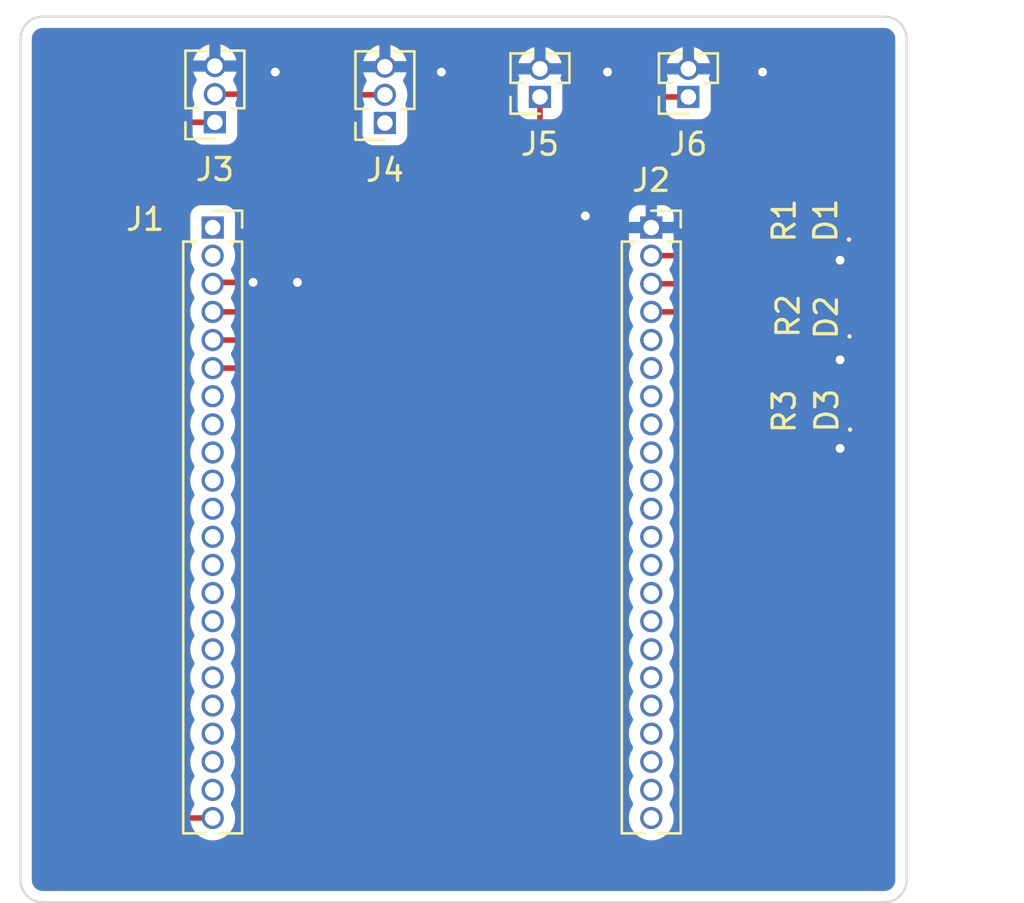
<source format=kicad_pcb>
(kicad_pcb (version 20211014) (generator pcbnew)
  (layers (0 "F.Cu" signal) (31 "B.Cu" signal) (34 "B.Paste" user) (35 "F.Paste" user) (36 "B.SilkS" user "B.Silkscreen") (37 "F.SilkS" user "F.Silkscreen") (38 "B.Mask" user) (39 "F.Mask" user) (44 "Edge.Cuts" user))
  (net 0 "")
  (net 1 "/GND")
  (net 2 "Net-(D1-Pad2)")
  (net 3 "Net-(D2-Pad2)")
  (net 4 "Net-(D3-Pad2)")
  (net 7 "/S1_DATA")
  (net 8 "/S2_DATA")
  (net 9 "/S3_+")
  (net 10 "/S4_+")
  (net 26 "/+5V")
  (net 27 "/GREEN_LED")
  (net 28 "/RED_LED")
  (net 29 "/BLUE_LED")
  (footprint "Diode_SMD:D_0201_0603Metric" (layer "F.Cu") (at 94.4 51.2075 90)
    (fp_text reference "D1" (at 0 -1.05 90) (layer "F.SilkS"))
    (fp_text value "LED")
    (fp_circle (center -0.86 0) (end -0.81 0) (layer "F.SilkS") (width 0.1) (fill none))
    (pad "1" smd roundrect (at -0.32 0 90) (size 0.46 0.4) (layers "F.Cu" "F.Mask") (net 1 "/GND"))
    (pad "2" smd roundrect (at 0.32 0 90) (size 0.46 0.4) (layers "F.Cu" "F.Mask") (net 2 "Net-(D1-Pad2)"))
  )
  (footprint "Connector_PinSocket_1.27mm:PinSocket_1x03_P1.27mm_Vertical" (layer "F.Cu") (at 65.775 46.77 180)
    (fp_text reference "J3" (at 0 -2.135) (layer "F.SilkS"))
    (fp_text value "Conn_01x03_Female")
    (fp_line (start 0.76 0.635) (end 1.33 0.635) (layer "F.SilkS") (width 0.12))
    (fp_line (start -1.33 3.235) (end -0.30753 3.235) (layer "F.SilkS") (width 0.12))
    (fp_line (start 1.33 0.635) (end 1.33 3.235) (layer "F.SilkS") (width 0.12))
    (fp_line (start 1.33 -0.76) (end 1.33 0) (layer "F.SilkS") (width 0.12))
    (fp_line (start -1.33 0.635) (end -1.33 3.235) (layer "F.SilkS") (width 0.12))
    (fp_line (start -1.33 0.635) (end -0.76 0.635) (layer "F.SilkS") (width 0.12))
    (fp_line (start 0.30753 3.235) (end 1.33 3.235) (layer "F.SilkS") (width 0.12))
    (fp_line (start 0 -0.76) (end 1.33 -0.76) (layer "F.SilkS") (width 0.12))
    (pad "1" thru_hole rect (at 0 0 180) (size 1 1) (drill 0.7) (layers *.Cu *.Mask) (net 26 "/+5V"))
    (pad "2" thru_hole oval (at 0 1.27 180) (size 1 1) (drill 0.7) (layers *.Cu *.Mask) (net 8 "/S2_DATA"))
    (pad "3" thru_hole oval (at 0 2.54 180) (size 1 1) (drill 0.7) (layers *.Cu *.Mask) (net 1 "/GND"))
  )
  (footprint "Connector_PinSocket_1.27mm:PinSocket_1x02_P1.27mm_Vertical" (layer "F.Cu") (at 80.45 45.625 180)
    (fp_text reference "J5" (at 0 -2.135) (layer "F.SilkS"))
    (fp_text value "Conn_01x02_Female")
    (fp_line (start -1.33 0.635) (end -1.33 1.965) (layer "F.SilkS") (width 0.12))
    (fp_line (start -1.33 0.635) (end -0.76 0.635) (layer "F.SilkS") (width 0.12))
    (fp_line (start 0.30753 1.965) (end 1.33 1.965) (layer "F.SilkS") (width 0.12))
    (fp_line (start -1.33 1.965) (end -0.30753 1.965) (layer "F.SilkS") (width 0.12))
    (fp_line (start 1.33 0.635) (end 1.33 1.965) (layer "F.SilkS") (width 0.12))
    (fp_line (start 0 -0.76) (end 1.33 -0.76) (layer "F.SilkS") (width 0.12))
    (fp_line (start 0.76 0.635) (end 1.33 0.635) (layer "F.SilkS") (width 0.12))
    (fp_line (start 1.33 -0.76) (end 1.33 0) (layer "F.SilkS") (width 0.12))
    (pad "1" thru_hole rect (at 0 0 180) (size 1 1) (drill 0.7) (layers *.Cu *.Mask) (net 9 "/S3_+"))
    (pad "2" thru_hole oval (at 0 1.27 180) (size 1 1) (drill 0.7) (layers *.Cu *.Mask) (net 1 "/GND"))
  )
  (footprint "Resistor_SMD:R_0201_0603Metric" (layer "F.Cu") (at 90.425 59.825 -90)
    (fp_text reference "R3" (at 0 -1.05 90) (layer "F.SilkS"))
    (fp_text value "R")
    (pad "1" smd roundrect (at -0.32 0 270) (size 0.46 0.4) (layers "F.Cu" "F.Mask") (net 4 "Net-(D3-Pad2)"))
    (pad "2" smd roundrect (at 0.32 0 270) (size 0.46 0.4) (layers "F.Cu" "F.Mask") (net 29 "/BLUE_LED"))
  )
  (footprint "Connector_PinSocket_1.27mm:PinSocket_1x02_P1.27mm_Vertical" (layer "F.Cu") (at 87.15 45.625 180)
    (fp_text reference "J6" (at 0 -2.135) (layer "F.SilkS"))
    (fp_text value "Conn_01x02_Female")
    (fp_line (start 1.33 -0.76) (end 1.33 0) (layer "F.SilkS") (width 0.12))
    (fp_line (start -1.33 0.635) (end -1.33 1.965) (layer "F.SilkS") (width 0.12))
    (fp_line (start 1.33 0.635) (end 1.33 1.965) (layer "F.SilkS") (width 0.12))
    (fp_line (start -1.33 1.965) (end -0.30753 1.965) (layer "F.SilkS") (width 0.12))
    (fp_line (start -1.33 0.635) (end -0.76 0.635) (layer "F.SilkS") (width 0.12))
    (fp_line (start 0.76 0.635) (end 1.33 0.635) (layer "F.SilkS") (width 0.12))
    (fp_line (start 0.30753 1.965) (end 1.33 1.965) (layer "F.SilkS") (width 0.12))
    (fp_line (start 0 -0.76) (end 1.33 -0.76) (layer "F.SilkS") (width 0.12))
    (pad "1" thru_hole rect (at 0 0 180) (size 1 1) (drill 0.7) (layers *.Cu *.Mask) (net 10 "/S4_+"))
    (pad "2" thru_hole oval (at 0 1.27 180) (size 1 1) (drill 0.7) (layers *.Cu *.Mask) (net 1 "/GND"))
  )
  (footprint "Connector_PinSocket_1.27mm:PinSocket_1x22_P1.27mm_Vertical" (layer "F.Cu") (at 85.475 51.525)
    (fp_text reference "J2" (at 0 -2.135) (layer "F.SilkS"))
    (fp_text value "Conn_01x22_MountingPin")
    (fp_line (start 1.33 0.635) (end 1.33 27.365) (layer "F.SilkS") (width 0.12))
    (fp_line (start 0.76 0.635) (end 1.33 0.635) (layer "F.SilkS") (width 0.12))
    (fp_line (start 1.33 -0.76) (end 1.33 0) (layer "F.SilkS") (width 0.12))
    (fp_line (start 0.30753 27.365) (end 1.33 27.365) (layer "F.SilkS") (width 0.12))
    (fp_line (start 0 -0.76) (end 1.33 -0.76) (layer "F.SilkS") (width 0.12))
    (fp_line (start -1.33 0.635) (end -0.76 0.635) (layer "F.SilkS") (width 0.12))
    (fp_line (start -1.33 27.365) (end -0.30753 27.365) (layer "F.SilkS") (width 0.12))
    (fp_line (start -1.33 0.635) (end -1.33 27.365) (layer "F.SilkS") (width 0.12))
    (pad "1" thru_hole rect locked (at 0 0) (size 1 1) (drill 0.7) (layers *.Cu *.Mask) (net 1 "/GND"))
    (pad "2" thru_hole oval locked (at 0 1.27) (size 1 1) (drill 0.7) (layers *.Cu *.Mask) (net 27 "/GREEN_LED"))
    (pad "3" thru_hole oval locked (at 0 2.54) (size 1 1) (drill 0.7) (layers *.Cu *.Mask) (net 28 "/RED_LED"))
    (pad "4" thru_hole oval locked (at 0 3.81) (size 1 1) (drill 0.7) (layers *.Cu *.Mask) (net 29 "/BLUE_LED"))
    (pad "5" thru_hole oval locked (at 0 5.08) (size 1 1) (drill 0.7) (layers *.Cu *.Mask))
    (pad "6" thru_hole oval locked (at 0 6.35) (size 1 1) (drill 0.7) (layers *.Cu *.Mask))
    (pad "7" thru_hole oval locked (at 0 7.62) (size 1 1) (drill 0.7) (layers *.Cu *.Mask))
    (pad "8" thru_hole oval locked (at 0 8.89) (size 1 1) (drill 0.7) (layers *.Cu *.Mask))
    (pad "9" thru_hole oval locked (at 0 10.16) (size 1 1) (drill 0.7) (layers *.Cu *.Mask))
    (pad "10" thru_hole oval locked (at 0 11.43) (size 1 1) (drill 0.7) (layers *.Cu *.Mask))
    (pad "11" thru_hole oval locked (at 0 12.7) (size 1 1) (drill 0.7) (layers *.Cu *.Mask))
    (pad "12" thru_hole oval locked (at 0 13.97) (size 1 1) (drill 0.7) (layers *.Cu *.Mask))
    (pad "13" thru_hole oval locked (at 0 15.24) (size 1 1) (drill 0.7) (layers *.Cu *.Mask))
    (pad "14" thru_hole oval locked (at 0 16.51) (size 1 1) (drill 0.7) (layers *.Cu *.Mask))
    (pad "15" thru_hole oval locked (at 0 17.78) (size 1 1) (drill 0.7) (layers *.Cu *.Mask))
    (pad "16" thru_hole oval locked (at 0 19.05) (size 1 1) (drill 0.7) (layers *.Cu *.Mask))
    (pad "17" thru_hole oval locked (at 0 20.32) (size 1 1) (drill 0.7) (layers *.Cu *.Mask))
    (pad "18" thru_hole oval locked (at 0 21.59) (size 1 1) (drill 0.7) (layers *.Cu *.Mask))
    (pad "19" thru_hole oval locked (at 0 22.86) (size 1 1) (drill 0.7) (layers *.Cu *.Mask))
    (pad "20" thru_hole oval locked (at 0 24.13) (size 1 1) (drill 0.7) (layers *.Cu *.Mask))
    (pad "21" thru_hole oval locked (at 0 25.4) (size 1 1) (drill 0.7) (layers *.Cu *.Mask))
    (pad "22" thru_hole oval locked (at 0 26.67) (size 1 1) (drill 0.7) (layers *.Cu *.Mask))
  )
  (footprint "Connector_PinSocket_1.27mm:PinSocket_1x22_P1.27mm_Vertical" (layer "F.Cu") (at 65.675 51.525)
    (fp_text reference "J1" (at -3.05 -0.375) (layer "F.SilkS"))
    (fp_text value "Conn_01x22_MountingPin")
    (fp_line (start 0.76 0.635) (end 1.33 0.635) (layer "F.SilkS") (width 0.12))
    (fp_line (start -1.33 0.635) (end -1.33 27.365) (layer "F.SilkS") (width 0.12))
    (fp_line (start 0.30753 27.365) (end 1.33 27.365) (layer "F.SilkS") (width 0.12))
    (fp_line (start 1.33 0.635) (end 1.33 27.365) (layer "F.SilkS") (width 0.12))
    (fp_line (start -1.33 27.365) (end -0.30753 27.365) (layer "F.SilkS") (width 0.12))
    (fp_line (start 0 -0.76) (end 1.33 -0.76) (layer "F.SilkS") (width 0.12))
    (fp_line (start -1.33 0.635) (end -0.76 0.635) (layer "F.SilkS") (width 0.12))
    (fp_line (start 1.33 -0.76) (end 1.33 0) (layer "F.SilkS") (width 0.12))
    (pad "1" thru_hole rect locked (at 0 0) (size 1 1) (drill 0.7) (layers *.Cu *.Mask))
    (pad "2" thru_hole oval locked (at 0 1.27) (size 1 1) (drill 0.7) (layers *.Cu *.Mask))
    (pad "3" thru_hole oval locked (at 0 2.54) (size 1 1) (drill 0.7) (layers *.Cu *.Mask) (net 7 "/S1_DATA"))
    (pad "4" thru_hole oval locked (at 0 3.81) (size 1 1) (drill 0.7) (layers *.Cu *.Mask) (net 8 "/S2_DATA"))
    (pad "5" thru_hole oval locked (at 0 5.08) (size 1 1) (drill 0.7) (layers *.Cu *.Mask) (net 9 "/S3_+"))
    (pad "6" thru_hole oval locked (at 0 6.35) (size 1 1) (drill 0.7) (layers *.Cu *.Mask) (net 10 "/S4_+"))
    (pad "7" thru_hole oval locked (at 0 7.62) (size 1 1) (drill 0.7) (layers *.Cu *.Mask))
    (pad "8" thru_hole oval locked (at 0 8.89) (size 1 1) (drill 0.7) (layers *.Cu *.Mask))
    (pad "9" thru_hole oval locked (at 0 10.16) (size 1 1) (drill 0.7) (layers *.Cu *.Mask))
    (pad "10" thru_hole oval locked (at 0 11.43) (size 1 1) (drill 0.7) (layers *.Cu *.Mask))
    (pad "11" thru_hole oval locked (at 0 12.7) (size 1 1) (drill 0.7) (layers *.Cu *.Mask))
    (pad "12" thru_hole oval locked (at 0 13.97) (size 1 1) (drill 0.7) (layers *.Cu *.Mask))
    (pad "13" thru_hole oval locked (at 0 15.24) (size 1 1) (drill 0.7) (layers *.Cu *.Mask))
    (pad "14" thru_hole oval locked (at 0 16.51) (size 1 1) (drill 0.7) (layers *.Cu *.Mask))
    (pad "15" thru_hole oval locked (at 0 17.78) (size 1 1) (drill 0.7) (layers *.Cu *.Mask))
    (pad "16" thru_hole oval locked (at 0 19.05) (size 1 1) (drill 0.7) (layers *.Cu *.Mask))
    (pad "17" thru_hole oval locked (at 0 20.32) (size 1 1) (drill 0.7) (layers *.Cu *.Mask))
    (pad "18" thru_hole oval locked (at 0 21.59) (size 1 1) (drill 0.7) (layers *.Cu *.Mask))
    (pad "19" thru_hole oval locked (at 0 22.86) (size 1 1) (drill 0.7) (layers *.Cu *.Mask))
    (pad "20" thru_hole oval locked (at 0 24.13) (size 1 1) (drill 0.7) (layers *.Cu *.Mask))
    (pad "21" thru_hole oval locked (at 0 25.4) (size 1 1) (drill 0.7) (layers *.Cu *.Mask))
    (pad "22" thru_hole oval locked (at 0 26.67) (size 1 1) (drill 0.7) (layers *.Cu *.Mask) (net 26 "/+5V"))
  )
  (footprint "Resistor_SMD:R_0201_0603Metric" (layer "F.Cu") (at 90.6 55.5175 -90)
    (fp_text reference "R2" (at 0 -1.05 90) (layer "F.SilkS"))
    (fp_text value "R")
    (pad "1" smd roundrect (at -0.32 0 270) (size 0.46 0.4) (layers "F.Cu" "F.Mask") (net 3 "Net-(D2-Pad2)"))
    (pad "2" smd roundrect (at 0.32 0 270) (size 0.46 0.4) (layers "F.Cu" "F.Mask") (net 28 "/RED_LED"))
  )
  (footprint "Diode_SMD:D_0201_0603Metric" (layer "F.Cu") (at 94.45 59.79 90)
    (fp_text reference "D3" (at 0 -1.05 90) (layer "F.SilkS"))
    (fp_text value "LED")
    (fp_circle (center -0.86 0) (end -0.81 0) (layer "F.SilkS") (width 0.1) (fill none))
    (pad "1" smd roundrect (at -0.32 0 90) (size 0.46 0.4) (layers "F.Cu" "F.Mask") (net 1 "/GND"))
    (pad "2" smd roundrect (at 0.32 0 90) (size 0.46 0.4) (layers "F.Cu" "F.Mask") (net 4 "Net-(D3-Pad2)"))
  )
  (footprint "Diode_SMD:D_0201_0603Metric" (layer "F.Cu") (at 94.425 55.5825 90)
    (fp_text reference "D2" (at 0 -1.05 90) (layer "F.SilkS"))
    (fp_text value "LED")
    (fp_circle (center -0.86 0) (end -0.81 0) (layer "F.SilkS") (width 0.1) (fill none))
    (pad "1" smd roundrect (at -0.32 0 90) (size 0.46 0.4) (layers "F.Cu" "F.Mask") (net 1 "/GND"))
    (pad "2" smd roundrect (at 0.32 0 90) (size 0.46 0.4) (layers "F.Cu" "F.Mask") (net 3 "Net-(D2-Pad2)"))
  )
  (footprint "Resistor_SMD:R_0201_0603Metric" (layer "F.Cu") (at 90.425 51.2125 -90)
    (fp_text reference "R1" (at 0 -1.05 90) (layer "F.SilkS"))
    (fp_text value "R")
    (pad "1" smd roundrect (at -0.32 0 270) (size 0.46 0.4) (layers "F.Cu" "F.Mask") (net 2 "Net-(D1-Pad2)"))
    (pad "2" smd roundrect (at 0.32 0 270) (size 0.46 0.4) (layers "F.Cu" "F.Mask") (net 27 "/GREEN_LED"))
  )
  (footprint "Connector_PinSocket_1.27mm:PinSocket_1x03_P1.27mm_Vertical" (layer "F.Cu") (at 73.45 46.8 180)
    (fp_text reference "J4" (at 0 -2.135) (layer "F.SilkS"))
    (fp_text value "Conn_01x03_Female")
    (fp_line (start 0 -0.76) (end 1.33 -0.76) (layer "F.SilkS") (width 0.12))
    (fp_line (start 0.76 0.635) (end 1.33 0.635) (layer "F.SilkS") (width 0.12))
    (fp_line (start -1.33 0.635) (end -1.33 3.235) (layer "F.SilkS") (width 0.12))
    (fp_line (start 1.33 0.635) (end 1.33 3.235) (layer "F.SilkS") (width 0.12))
    (fp_line (start 1.33 -0.76) (end 1.33 0) (layer "F.SilkS") (width 0.12))
    (fp_line (start -1.33 0.635) (end -0.76 0.635) (layer "F.SilkS") (width 0.12))
    (fp_line (start 0.30753 3.235) (end 1.33 3.235) (layer "F.SilkS") (width 0.12))
    (fp_line (start -1.33 3.235) (end -0.30753 3.235) (layer "F.SilkS") (width 0.12))
    (pad "1" thru_hole rect (at 0 0 180) (size 1 1) (drill 0.7) (layers *.Cu *.Mask) (net 26 "/+5V"))
    (pad "2" thru_hole oval (at 0 1.27 180) (size 1 1) (drill 0.7) (layers *.Cu *.Mask) (net 7 "/S1_DATA"))
    (pad "3" thru_hole oval (at 0 2.54 180) (size 1 1) (drill 0.7) (layers *.Cu *.Mask) (net 1 "/GND"))
  )
  (gr_arc (start 57 43) (mid 57.292893 42.292893) (end 58 42) (layer "Edge.Cuts") (width 0.1))
  (gr_line (start 96 42) (end 58 42) (layer "Edge.Cuts") (width 0.1))
  (gr_arc (start 96 42) (mid 96.707107 42.292893) (end 97 43) (layer "Edge.Cuts") (width 0.1))
  (gr_line (start 58 82) (end 96 82) (layer "Edge.Cuts") (width 0.1))
  (gr_arc (start 58 82) (mid 57.292893 81.707107) (end 57 81) (layer "Edge.Cuts") (width 0.1))
  (gr_line (start 57 43) (end 57 81) (layer "Edge.Cuts") (width 0.1))
  (gr_line (start 97 81) (end 97 43) (layer "Edge.Cuts") (width 0.1))
  (gr_arc (start 97 81) (mid 96.707107 81.707107) (end 96 82) (layer "Edge.Cuts") (width 0.1))
  (segment (start 94.425 55.9025) (end 94.425 57.075) (width 0.25) (layer "F.Cu") (net 1))
  (segment (start 83.025 51.525) (end 82.5 51) (width 0.25) (layer "F.Cu") (net 1))
  (segment (start 85.475 51.525) (end 83.025 51.525) (width 0.25) (layer "F.Cu") (net 1))
  (segment (start 94.45 61.05) (end 94 61.5) (width 0.25) (layer "F.Cu") (net 1))
  (segment (start 83.355 44.355) (end 83.5 44.5) (width 0.25) (layer "F.Cu") (net 1))
  (segment (start 94.4 52.6) (end 94 53) (width 0.25) (layer "F.Cu") (net 1))
  (segment (start 68.23 44.23) (end 68.5 44.5) (width 0.25) (layer "F.Cu") (net 1))
  (segment (start 90.355 44.355) (end 90.5 44.5) (width 0.25) (layer "F.Cu") (net 1))
  (segment (start 87.15 44.355) (end 90.355 44.355) (width 0.25) (layer "F.Cu") (net 1))
  (segment (start 73.45 44.26) (end 75.76 44.26) (width 0.25) (layer "F.Cu") (net 1))
  (segment (start 65.775 44.23) (end 68.23 44.23) (width 0.25) (layer "F.Cu") (net 1))
  (segment (start 94.45 60.11) (end 94.45 61.05) (width 0.25) (layer "F.Cu") (net 1))
  (segment (start 94.4 51.5275) (end 94.4 52.6) (width 0.25) (layer "F.Cu") (net 1))
  (segment (start 80.45 44.355) (end 83.355 44.355) (width 0.25) (layer "F.Cu") (net 1))
  (segment (start 75.76 44.26) (end 76 44.5) (width 0.25) (layer "F.Cu") (net 1))
  (segment (start 94.425 57.075) (end 94 57.5) (width 0.25) (layer "F.Cu") (net 1))
  (via (at 94 61.5) (size 0.8) (drill 0.4) (layers "F.Cu" "B.Cu") (net 1))
  (via (at 82.5 51) (size 0.8) (drill 0.4) (layers "F.Cu" "B.Cu") (net 1))
  (via (at 94 57.5) (size 0.8) (drill 0.4) (layers "F.Cu" "B.Cu") (net 1))
  (via (at 76 44.5) (size 0.8) (drill 0.4) (layers "F.Cu" "B.Cu") (net 1))
  (via (at 94 53) (size 0.8) (drill 0.4) (layers "F.Cu" "B.Cu") (net 1))
  (via (at 90.5 44.5) (size 0.8) (drill 0.4) (layers "F.Cu" "B.Cu") (net 1))
  (via (at 83.5 44.5) (size 0.8) (drill 0.4) (layers "F.Cu" "B.Cu") (net 1))
  (via (at 68.5 44.5) (size 0.8) (drill 0.4) (layers "F.Cu" "B.Cu") (net 1))
  (segment (start 90.425 50.8925) (end 94.395 50.8925) (width 0.25) (layer "F.Cu") (net 2))
  (segment (start 94.395 50.8925) (end 94.4 50.8875) (width 0.25) (layer "F.Cu") (net 2))
  (segment (start 94.36 55.1975) (end 94.425 55.2625) (width 0.25) (layer "F.Cu") (net 3))
  (segment (start 90.6 55.1975) (end 94.36 55.1975) (width 0.25) (layer "F.Cu") (net 3))
  (segment (start 90.425 59.505) (end 94.415 59.505) (width 0.25) (layer "F.Cu") (net 4))
  (segment (start 94.415 59.505) (end 94.45 59.47) (width 0.25) (layer "F.Cu") (net 4))
  (segment (start 67.5 54) (end 65.74 54) (width 0.25) (layer "F.Cu") (net 7))
  (segment (start 65.74 54) (end 65.675 54.065) (width 0.25) (layer "F.Cu") (net 7))
  (segment (start 71 46) (end 71 53.5) (width 0.25) (layer "F.Cu") (net 7))
  (segment (start 71 53.5) (end 70.5 54) (width 0.25) (layer "F.Cu") (net 7))
  (segment (start 71.47 45.53) (end 71 46) (width 0.25) (layer "F.Cu") (net 7))
  (segment (start 70.5 54) (end 69.5 54) (width 0.25) (layer "F.Cu") (net 7))
  (segment (start 73.45 45.53) (end 71.47 45.53) (width 0.25) (layer "F.Cu") (net 7))
  (via (at 67.5 54) (size 0.8) (drill 0.4) (layers "F.Cu" "B.Cu") (net 7))
  (via (at 69.5 54) (size 0.8) (drill 0.4) (layers "F.Cu" "B.Cu") (net 7))
  (segment (start 69.5 54) (end 67.5 54) (width 0.25) (layer "B.Cu") (net 7))
  (segment (start 67.665 55.335) (end 68.5 54.5) (width 0.25) (layer "F.Cu") (net 8))
  (segment (start 68.5 46.5) (end 68.5 54.5) (width 0.25) (layer "F.Cu") (net 8))
  (segment (start 65.775 45.5) (end 68 45.5) (width 0.25) (layer "F.Cu") (net 8))
  (segment (start 68.5 46) (end 68.5 46.5) (width 0.25) (layer "F.Cu") (net 8))
  (segment (start 68 45.5) (end 68.5 46) (width 0.25) (layer "F.Cu") (net 8))
  (segment (start 65.675 55.335) (end 67.665 55.335) (width 0.25) (layer "F.Cu") (net 8))
  (segment (start 80.45 45.625) (end 80.45 53.45) (width 0.25) (layer "F.Cu") (net 9))
  (segment (start 77.395 56.605) (end 65.675 56.605) (width 0.25) (layer "F.Cu") (net 9))
  (segment (start 80.45 53.45) (end 80.5 53.5) (width 0.25) (layer "F.Cu") (net 9))
  (segment (start 80.5 53.5) (end 77.395 56.605) (width 0.25) (layer "F.Cu") (net 9))
  (segment (start 84 46.5) (end 81.5 49) (width 0.25) (layer "F.Cu") (net 10))
  (segment (start 87.15 45.625) (end 84.875 45.625) (width 0.25) (layer "F.Cu") (net 10))
  (segment (start 81.5 49) (end 81.5 53.5) (width 0.25) (layer "F.Cu") (net 10))
  (segment (start 84.875 45.625) (end 84 46.5) (width 0.25) (layer "F.Cu") (net 10))
  (segment (start 78.125 57.875) (end 81.5 54.5) (width 0.25) (layer "F.Cu") (net 10))
  (segment (start 65.675 57.875) (end 78.125 57.875) (width 0.25) (layer "F.Cu") (net 10))
  (segment (start 81.5 53.5) (end 81.5 54.5) (width 0.25) (layer "F.Cu") (net 10))
  (segment (start 65.775 46.77) (end 64.23 46.77) (width 0.25) (layer "F.Cu") (net 26))
  (segment (start 64.23 46.77) (end 62.5 48.5) (width 0.25) (layer "F.Cu") (net 26))
  (segment (start 62.5 48.5) (end 62.5 77.5) (width 0.25) (layer "F.Cu") (net 26))
  (segment (start 63.195 78.195) (end 62.5 77.5) (width 0.25) (layer "F.Cu") (net 26))
  (segment (start 65.675 78.195) (end 63.195 78.195) (width 0.25) (layer "F.Cu") (net 26))
  (segment (start 90.425 51.5325) (end 89.1625 52.795) (width 0.25) (layer "F.Cu") (net 27))
  (segment (start 89.1625 52.795) (end 85.475 52.795) (width 0.25) (layer "F.Cu") (net 27))
  (segment (start 90.6 55.8375) (end 88.8375 55.8375) (width 0.25) (layer "F.Cu") (net 28))
  (segment (start 88.8375 55.8375) (end 87.065 54.065) (width 0.25) (layer "F.Cu") (net 28))
  (segment (start 87.065 54.065) (end 85.475 54.065) (width 0.25) (layer "F.Cu") (net 28))
  (segment (start 88 59.5) (end 88 56.5) (width 0.25) (layer "F.Cu") (net 29))
  (segment (start 86.835 55.335) (end 85.475 55.335) (width 0.25) (layer "F.Cu") (net 29))
  (segment (start 88.645 60.145) (end 88 59.5) (width 0.25) (layer "F.Cu") (net 29))
  (segment (start 90.425 60.145) (end 88.645 60.145) (width 0.25) (layer "F.Cu") (net 29))
  (segment (start 88 56.5) (end 86.835 55.335) (width 0.25) (layer "F.Cu") (net 29))
  (zone (net 1) (net_name "/GND") (layer "B.Cu") (connect_pads (clearance 0.508)) (min_thickness 0.254) (fill yes (thermal_gap 0.508) (thermal_bridge_width 0.508))
    (polygon (pts (xy 96.5 81.5) (xy 57.5 81.5) (xy 57.5 42.5) (xy 96.5 42.5)))
  )
)
</source>
